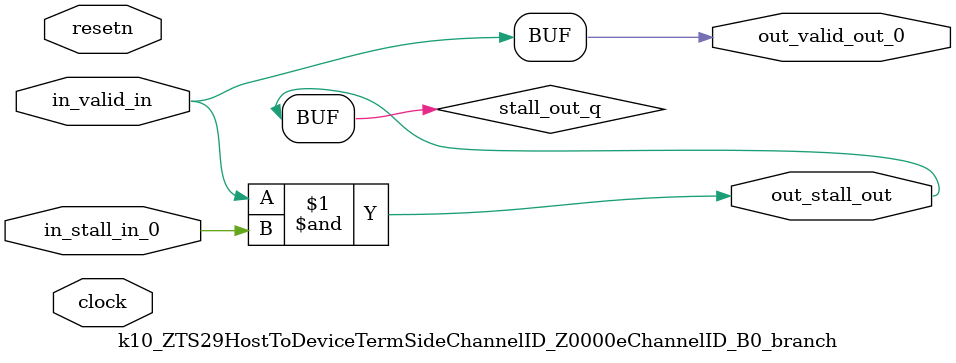
<source format=sv>



(* altera_attribute = "-name AUTO_SHIFT_REGISTER_RECOGNITION OFF; -name MESSAGE_DISABLE 10036; -name MESSAGE_DISABLE 10037; -name MESSAGE_DISABLE 14130; -name MESSAGE_DISABLE 14320; -name MESSAGE_DISABLE 15400; -name MESSAGE_DISABLE 14130; -name MESSAGE_DISABLE 10036; -name MESSAGE_DISABLE 12020; -name MESSAGE_DISABLE 12030; -name MESSAGE_DISABLE 12010; -name MESSAGE_DISABLE 12110; -name MESSAGE_DISABLE 14320; -name MESSAGE_DISABLE 13410; -name MESSAGE_DISABLE 113007; -name MESSAGE_DISABLE 10958" *)
module k10_ZTS29HostToDeviceTermSideChannelID_Z0000eChannelID_B0_branch (
    input wire [0:0] in_stall_in_0,
    input wire [0:0] in_valid_in,
    output wire [0:0] out_stall_out,
    output wire [0:0] out_valid_out_0,
    input wire clock,
    input wire resetn
    );

    wire [0:0] stall_out_q;


    // stall_out(LOGICAL,6)
    assign stall_out_q = in_valid_in & in_stall_in_0;

    // out_stall_out(GPOUT,4)
    assign out_stall_out = stall_out_q;

    // out_valid_out_0(GPOUT,5)
    assign out_valid_out_0 = in_valid_in;

endmodule

</source>
